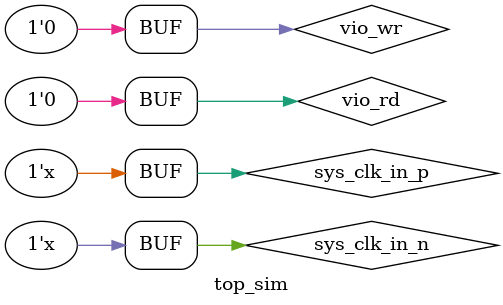
<source format=v>
`timescale 1ns / 1ps


module top_sim(
    );
    reg   		   sys_clk_in_p;
	reg			   sys_clk_in_n;
	reg			       start_flag;
	reg                vio_wr;
	reg                vio_rd;
	reg	       [7:0]				years		;
	reg       [7:0]				months			;
	reg       [7:0]				dates			;
	reg        [7:0]				hours			;
	reg        [7:0]				minutes		;
	reg        [7:0]				seconds			;
	
initial begin
    sys_clk_in_p = 0;
    sys_clk_in_n = 1;
    vio_rd = 0;
    vio_wr = 0;
    #7000000
    vio_rd = 1'b1;
    #4000000
    vio_rd = 0;
    #7000000
    vio_wr = 1;
    #4000
    vio_wr = 0;
end

ds1302_top top_sim(
	.	sys_clk_in_p(sys_clk_in_p),
	.	sys_clk_in_n(sys_clk_in_n),
	
	.	vio_wr(vio_wr),
	.	vio_rd(vio_rd)
    );
always #5 sys_clk_in_p = ~sys_clk_in_p;
always #5 sys_clk_in_n = ~sys_clk_in_n;

endmodule

</source>
